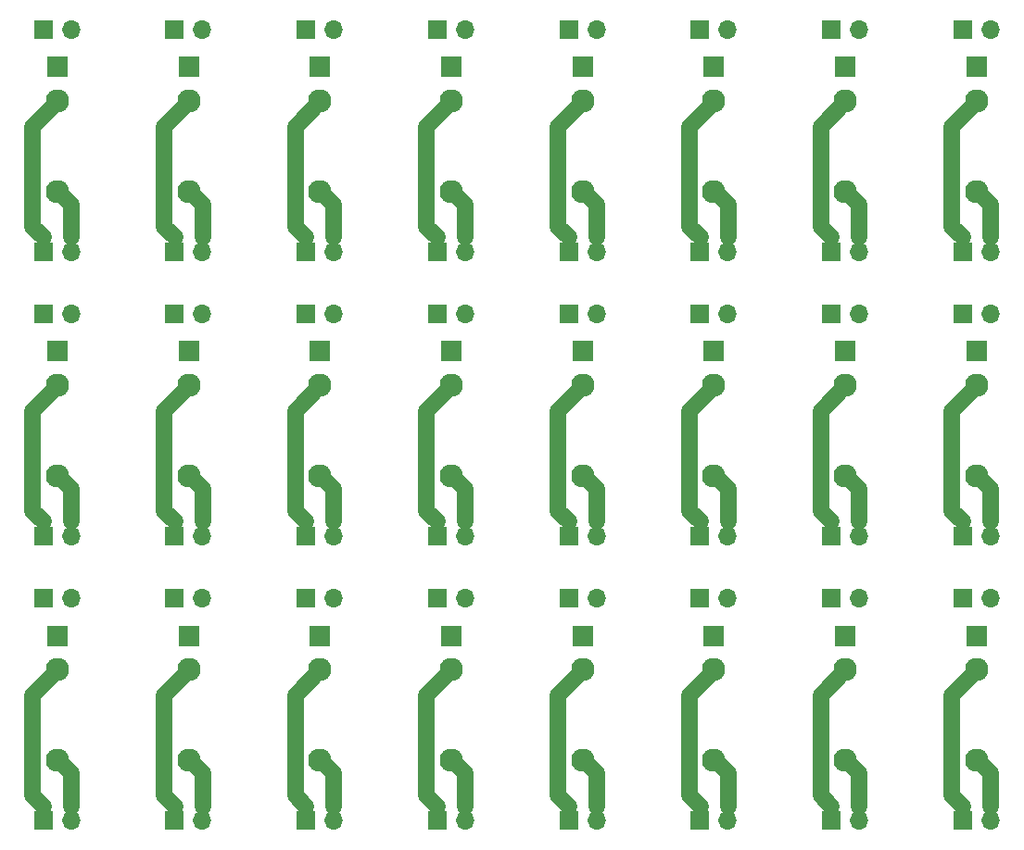
<source format=gbr>
%TF.GenerationSoftware,KiCad,Pcbnew,(6.0.0-0)*%
%TF.CreationDate,2022-11-22T10:59:47-05:00*%
%TF.ProjectId,AudioJack-Breakout-Panelization,41756469-6f4a-4616-936b-2d427265616b,rev?*%
%TF.SameCoordinates,Original*%
%TF.FileFunction,Copper,L1,Top*%
%TF.FilePolarity,Positive*%
%FSLAX46Y46*%
G04 Gerber Fmt 4.6, Leading zero omitted, Abs format (unit mm)*
G04 Created by KiCad (PCBNEW (6.0.0-0)) date 2022-11-22 10:59:47*
%MOMM*%
%LPD*%
G01*
G04 APERTURE LIST*
%TA.AperFunction,ComponentPad*%
%ADD10O,1.700000X1.700000*%
%TD*%
%TA.AperFunction,ComponentPad*%
%ADD11R,1.700000X1.700000*%
%TD*%
%TA.AperFunction,ComponentPad*%
%ADD12R,1.930000X1.830000*%
%TD*%
%TA.AperFunction,ComponentPad*%
%ADD13C,2.130000*%
%TD*%
%TA.AperFunction,Conductor*%
%ADD14C,1.500000*%
%TD*%
G04 APERTURE END LIST*
D10*
%TO.P,J178,2,Pin_2*%
%TO.N,Net-(J3-PadT)*%
X166445000Y-133904000D03*
D11*
%TO.P,J178,1,Pin_1*%
%TO.N,Net-(J3-PadS)*%
X163905000Y-133904000D03*
%TD*%
D12*
%TO.P,J177,*%
%TO.N,*%
X165180000Y-117010000D03*
D13*
%TO.P,J177,S*%
%TO.N,Net-(J3-PadS)*%
X165180000Y-120110000D03*
%TO.P,J177,T*%
%TO.N,Net-(J3-PadT)*%
X165180000Y-128410000D03*
%TD*%
D11*
%TO.P,J179,*%
%TO.N,*%
X163905000Y-113584000D03*
D10*
X166445000Y-113584000D03*
%TD*%
%TO.P,J175,2,Pin_2*%
%TO.N,Net-(J3-PadT)*%
X154445000Y-133904000D03*
D11*
%TO.P,J175,1,Pin_1*%
%TO.N,Net-(J3-PadS)*%
X151905000Y-133904000D03*
%TD*%
D12*
%TO.P,J174,*%
%TO.N,*%
X153180000Y-117010000D03*
D13*
%TO.P,J174,S*%
%TO.N,Net-(J3-PadS)*%
X153180000Y-120110000D03*
%TO.P,J174,T*%
%TO.N,Net-(J3-PadT)*%
X153180000Y-128410000D03*
%TD*%
D11*
%TO.P,J176,*%
%TO.N,*%
X151905000Y-113584000D03*
D10*
X154445000Y-113584000D03*
%TD*%
%TO.P,J172,2,Pin_2*%
%TO.N,Net-(J3-PadT)*%
X142445000Y-133904000D03*
D11*
%TO.P,J172,1,Pin_1*%
%TO.N,Net-(J3-PadS)*%
X139905000Y-133904000D03*
%TD*%
D12*
%TO.P,J171,*%
%TO.N,*%
X141180000Y-117010000D03*
D13*
%TO.P,J171,S*%
%TO.N,Net-(J3-PadS)*%
X141180000Y-120110000D03*
%TO.P,J171,T*%
%TO.N,Net-(J3-PadT)*%
X141180000Y-128410000D03*
%TD*%
D11*
%TO.P,J173,*%
%TO.N,*%
X139905000Y-113584000D03*
D10*
X142445000Y-113584000D03*
%TD*%
%TO.P,J169,2,Pin_2*%
%TO.N,Net-(J3-PadT)*%
X130445000Y-133904000D03*
D11*
%TO.P,J169,1,Pin_1*%
%TO.N,Net-(J3-PadS)*%
X127905000Y-133904000D03*
%TD*%
D12*
%TO.P,J168,*%
%TO.N,*%
X129180000Y-117010000D03*
D13*
%TO.P,J168,S*%
%TO.N,Net-(J3-PadS)*%
X129180000Y-120110000D03*
%TO.P,J168,T*%
%TO.N,Net-(J3-PadT)*%
X129180000Y-128410000D03*
%TD*%
D11*
%TO.P,J170,*%
%TO.N,*%
X127905000Y-113584000D03*
D10*
X130445000Y-113584000D03*
%TD*%
%TO.P,J166,2,Pin_2*%
%TO.N,Net-(J3-PadT)*%
X118445000Y-133904000D03*
D11*
%TO.P,J166,1,Pin_1*%
%TO.N,Net-(J3-PadS)*%
X115905000Y-133904000D03*
%TD*%
D12*
%TO.P,J165,*%
%TO.N,*%
X117180000Y-117010000D03*
D13*
%TO.P,J165,S*%
%TO.N,Net-(J3-PadS)*%
X117180000Y-120110000D03*
%TO.P,J165,T*%
%TO.N,Net-(J3-PadT)*%
X117180000Y-128410000D03*
%TD*%
D11*
%TO.P,J167,*%
%TO.N,*%
X115905000Y-113584000D03*
D10*
X118445000Y-113584000D03*
%TD*%
%TO.P,J163,2,Pin_2*%
%TO.N,Net-(J3-PadT)*%
X106445000Y-133904000D03*
D11*
%TO.P,J163,1,Pin_1*%
%TO.N,Net-(J3-PadS)*%
X103905000Y-133904000D03*
%TD*%
D12*
%TO.P,J162,*%
%TO.N,*%
X105180000Y-117010000D03*
D13*
%TO.P,J162,S*%
%TO.N,Net-(J3-PadS)*%
X105180000Y-120110000D03*
%TO.P,J162,T*%
%TO.N,Net-(J3-PadT)*%
X105180000Y-128410000D03*
%TD*%
D11*
%TO.P,J164,*%
%TO.N,*%
X103905000Y-113584000D03*
D10*
X106445000Y-113584000D03*
%TD*%
%TO.P,J160,2,Pin_2*%
%TO.N,Net-(J3-PadT)*%
X94445000Y-133904000D03*
D11*
%TO.P,J160,1,Pin_1*%
%TO.N,Net-(J3-PadS)*%
X91905000Y-133904000D03*
%TD*%
D12*
%TO.P,J159,*%
%TO.N,*%
X93180000Y-117010000D03*
D13*
%TO.P,J159,S*%
%TO.N,Net-(J3-PadS)*%
X93180000Y-120110000D03*
%TO.P,J159,T*%
%TO.N,Net-(J3-PadT)*%
X93180000Y-128410000D03*
%TD*%
D11*
%TO.P,J161,*%
%TO.N,*%
X91905000Y-113584000D03*
D10*
X94445000Y-113584000D03*
%TD*%
%TO.P,J157,2,Pin_2*%
%TO.N,Net-(J3-PadT)*%
X82445000Y-133904000D03*
D11*
%TO.P,J157,1,Pin_1*%
%TO.N,Net-(J3-PadS)*%
X79905000Y-133904000D03*
%TD*%
D12*
%TO.P,J156,*%
%TO.N,*%
X81180000Y-117010000D03*
D13*
%TO.P,J156,S*%
%TO.N,Net-(J3-PadS)*%
X81180000Y-120110000D03*
%TO.P,J156,T*%
%TO.N,Net-(J3-PadT)*%
X81180000Y-128410000D03*
%TD*%
D11*
%TO.P,J158,*%
%TO.N,*%
X79905000Y-113584000D03*
D10*
X82445000Y-113584000D03*
%TD*%
%TO.P,J154,2,Pin_2*%
%TO.N,Net-(J3-PadT)*%
X166445000Y-107904000D03*
D11*
%TO.P,J154,1,Pin_1*%
%TO.N,Net-(J3-PadS)*%
X163905000Y-107904000D03*
%TD*%
D12*
%TO.P,J153,*%
%TO.N,*%
X165180000Y-91010000D03*
D13*
%TO.P,J153,S*%
%TO.N,Net-(J3-PadS)*%
X165180000Y-94110000D03*
%TO.P,J153,T*%
%TO.N,Net-(J3-PadT)*%
X165180000Y-102410000D03*
%TD*%
D11*
%TO.P,J155,*%
%TO.N,*%
X163905000Y-87584000D03*
D10*
X166445000Y-87584000D03*
%TD*%
%TO.P,J151,2,Pin_2*%
%TO.N,Net-(J3-PadT)*%
X154445000Y-107904000D03*
D11*
%TO.P,J151,1,Pin_1*%
%TO.N,Net-(J3-PadS)*%
X151905000Y-107904000D03*
%TD*%
D12*
%TO.P,J150,*%
%TO.N,*%
X153180000Y-91010000D03*
D13*
%TO.P,J150,S*%
%TO.N,Net-(J3-PadS)*%
X153180000Y-94110000D03*
%TO.P,J150,T*%
%TO.N,Net-(J3-PadT)*%
X153180000Y-102410000D03*
%TD*%
D11*
%TO.P,J152,*%
%TO.N,*%
X151905000Y-87584000D03*
D10*
X154445000Y-87584000D03*
%TD*%
%TO.P,J148,2,Pin_2*%
%TO.N,Net-(J3-PadT)*%
X142445000Y-107904000D03*
D11*
%TO.P,J148,1,Pin_1*%
%TO.N,Net-(J3-PadS)*%
X139905000Y-107904000D03*
%TD*%
D12*
%TO.P,J147,*%
%TO.N,*%
X141180000Y-91010000D03*
D13*
%TO.P,J147,S*%
%TO.N,Net-(J3-PadS)*%
X141180000Y-94110000D03*
%TO.P,J147,T*%
%TO.N,Net-(J3-PadT)*%
X141180000Y-102410000D03*
%TD*%
D11*
%TO.P,J149,*%
%TO.N,*%
X139905000Y-87584000D03*
D10*
X142445000Y-87584000D03*
%TD*%
%TO.P,J145,2,Pin_2*%
%TO.N,Net-(J3-PadT)*%
X130445000Y-107904000D03*
D11*
%TO.P,J145,1,Pin_1*%
%TO.N,Net-(J3-PadS)*%
X127905000Y-107904000D03*
%TD*%
D12*
%TO.P,J144,*%
%TO.N,*%
X129180000Y-91010000D03*
D13*
%TO.P,J144,S*%
%TO.N,Net-(J3-PadS)*%
X129180000Y-94110000D03*
%TO.P,J144,T*%
%TO.N,Net-(J3-PadT)*%
X129180000Y-102410000D03*
%TD*%
D11*
%TO.P,J146,*%
%TO.N,*%
X127905000Y-87584000D03*
D10*
X130445000Y-87584000D03*
%TD*%
%TO.P,J142,2,Pin_2*%
%TO.N,Net-(J3-PadT)*%
X118445000Y-107904000D03*
D11*
%TO.P,J142,1,Pin_1*%
%TO.N,Net-(J3-PadS)*%
X115905000Y-107904000D03*
%TD*%
D12*
%TO.P,J141,*%
%TO.N,*%
X117180000Y-91010000D03*
D13*
%TO.P,J141,S*%
%TO.N,Net-(J3-PadS)*%
X117180000Y-94110000D03*
%TO.P,J141,T*%
%TO.N,Net-(J3-PadT)*%
X117180000Y-102410000D03*
%TD*%
D11*
%TO.P,J143,*%
%TO.N,*%
X115905000Y-87584000D03*
D10*
X118445000Y-87584000D03*
%TD*%
%TO.P,J139,2,Pin_2*%
%TO.N,Net-(J3-PadT)*%
X106445000Y-107904000D03*
D11*
%TO.P,J139,1,Pin_1*%
%TO.N,Net-(J3-PadS)*%
X103905000Y-107904000D03*
%TD*%
D12*
%TO.P,J138,*%
%TO.N,*%
X105180000Y-91010000D03*
D13*
%TO.P,J138,S*%
%TO.N,Net-(J3-PadS)*%
X105180000Y-94110000D03*
%TO.P,J138,T*%
%TO.N,Net-(J3-PadT)*%
X105180000Y-102410000D03*
%TD*%
D11*
%TO.P,J140,*%
%TO.N,*%
X103905000Y-87584000D03*
D10*
X106445000Y-87584000D03*
%TD*%
%TO.P,J136,2,Pin_2*%
%TO.N,Net-(J3-PadT)*%
X94445000Y-107904000D03*
D11*
%TO.P,J136,1,Pin_1*%
%TO.N,Net-(J3-PadS)*%
X91905000Y-107904000D03*
%TD*%
D12*
%TO.P,J135,*%
%TO.N,*%
X93180000Y-91010000D03*
D13*
%TO.P,J135,S*%
%TO.N,Net-(J3-PadS)*%
X93180000Y-94110000D03*
%TO.P,J135,T*%
%TO.N,Net-(J3-PadT)*%
X93180000Y-102410000D03*
%TD*%
D11*
%TO.P,J137,*%
%TO.N,*%
X91905000Y-87584000D03*
D10*
X94445000Y-87584000D03*
%TD*%
%TO.P,J133,2,Pin_2*%
%TO.N,Net-(J3-PadT)*%
X82445000Y-107904000D03*
D11*
%TO.P,J133,1,Pin_1*%
%TO.N,Net-(J3-PadS)*%
X79905000Y-107904000D03*
%TD*%
D12*
%TO.P,J132,*%
%TO.N,*%
X81180000Y-91010000D03*
D13*
%TO.P,J132,S*%
%TO.N,Net-(J3-PadS)*%
X81180000Y-94110000D03*
%TO.P,J132,T*%
%TO.N,Net-(J3-PadT)*%
X81180000Y-102410000D03*
%TD*%
D11*
%TO.P,J134,*%
%TO.N,*%
X79905000Y-87584000D03*
D10*
X82445000Y-87584000D03*
%TD*%
%TO.P,J130,2,Pin_2*%
%TO.N,Net-(J3-PadT)*%
X166445000Y-81904000D03*
D11*
%TO.P,J130,1,Pin_1*%
%TO.N,Net-(J3-PadS)*%
X163905000Y-81904000D03*
%TD*%
D12*
%TO.P,J129,*%
%TO.N,*%
X165180000Y-65010000D03*
D13*
%TO.P,J129,S*%
%TO.N,Net-(J3-PadS)*%
X165180000Y-68110000D03*
%TO.P,J129,T*%
%TO.N,Net-(J3-PadT)*%
X165180000Y-76410000D03*
%TD*%
D11*
%TO.P,J131,*%
%TO.N,*%
X163905000Y-61584000D03*
D10*
X166445000Y-61584000D03*
%TD*%
%TO.P,J127,2,Pin_2*%
%TO.N,Net-(J3-PadT)*%
X154445000Y-81904000D03*
D11*
%TO.P,J127,1,Pin_1*%
%TO.N,Net-(J3-PadS)*%
X151905000Y-81904000D03*
%TD*%
D12*
%TO.P,J126,*%
%TO.N,*%
X153180000Y-65010000D03*
D13*
%TO.P,J126,S*%
%TO.N,Net-(J3-PadS)*%
X153180000Y-68110000D03*
%TO.P,J126,T*%
%TO.N,Net-(J3-PadT)*%
X153180000Y-76410000D03*
%TD*%
D11*
%TO.P,J128,*%
%TO.N,*%
X151905000Y-61584000D03*
D10*
X154445000Y-61584000D03*
%TD*%
%TO.P,J124,2,Pin_2*%
%TO.N,Net-(J3-PadT)*%
X142445000Y-81904000D03*
D11*
%TO.P,J124,1,Pin_1*%
%TO.N,Net-(J3-PadS)*%
X139905000Y-81904000D03*
%TD*%
D12*
%TO.P,J123,*%
%TO.N,*%
X141180000Y-65010000D03*
D13*
%TO.P,J123,S*%
%TO.N,Net-(J3-PadS)*%
X141180000Y-68110000D03*
%TO.P,J123,T*%
%TO.N,Net-(J3-PadT)*%
X141180000Y-76410000D03*
%TD*%
D11*
%TO.P,J125,*%
%TO.N,*%
X139905000Y-61584000D03*
D10*
X142445000Y-61584000D03*
%TD*%
%TO.P,J121,2,Pin_2*%
%TO.N,Net-(J3-PadT)*%
X130445000Y-81904000D03*
D11*
%TO.P,J121,1,Pin_1*%
%TO.N,Net-(J3-PadS)*%
X127905000Y-81904000D03*
%TD*%
D12*
%TO.P,J120,*%
%TO.N,*%
X129180000Y-65010000D03*
D13*
%TO.P,J120,S*%
%TO.N,Net-(J3-PadS)*%
X129180000Y-68110000D03*
%TO.P,J120,T*%
%TO.N,Net-(J3-PadT)*%
X129180000Y-76410000D03*
%TD*%
D11*
%TO.P,J122,*%
%TO.N,*%
X127905000Y-61584000D03*
D10*
X130445000Y-61584000D03*
%TD*%
%TO.P,J118,2,Pin_2*%
%TO.N,Net-(J3-PadT)*%
X118445000Y-81904000D03*
D11*
%TO.P,J118,1,Pin_1*%
%TO.N,Net-(J3-PadS)*%
X115905000Y-81904000D03*
%TD*%
D12*
%TO.P,J117,*%
%TO.N,*%
X117180000Y-65010000D03*
D13*
%TO.P,J117,S*%
%TO.N,Net-(J3-PadS)*%
X117180000Y-68110000D03*
%TO.P,J117,T*%
%TO.N,Net-(J3-PadT)*%
X117180000Y-76410000D03*
%TD*%
D11*
%TO.P,J119,*%
%TO.N,*%
X115905000Y-61584000D03*
D10*
X118445000Y-61584000D03*
%TD*%
%TO.P,J115,2,Pin_2*%
%TO.N,Net-(J3-PadT)*%
X106445000Y-81904000D03*
D11*
%TO.P,J115,1,Pin_1*%
%TO.N,Net-(J3-PadS)*%
X103905000Y-81904000D03*
%TD*%
D12*
%TO.P,J114,*%
%TO.N,*%
X105180000Y-65010000D03*
D13*
%TO.P,J114,S*%
%TO.N,Net-(J3-PadS)*%
X105180000Y-68110000D03*
%TO.P,J114,T*%
%TO.N,Net-(J3-PadT)*%
X105180000Y-76410000D03*
%TD*%
D11*
%TO.P,J116,*%
%TO.N,*%
X103905000Y-61584000D03*
D10*
X106445000Y-61584000D03*
%TD*%
%TO.P,J112,2,Pin_2*%
%TO.N,Net-(J3-PadT)*%
X94445000Y-81904000D03*
D11*
%TO.P,J112,1,Pin_1*%
%TO.N,Net-(J3-PadS)*%
X91905000Y-81904000D03*
%TD*%
D12*
%TO.P,J111,*%
%TO.N,*%
X93180000Y-65010000D03*
D13*
%TO.P,J111,S*%
%TO.N,Net-(J3-PadS)*%
X93180000Y-68110000D03*
%TO.P,J111,T*%
%TO.N,Net-(J3-PadT)*%
X93180000Y-76410000D03*
%TD*%
D11*
%TO.P,J113,*%
%TO.N,*%
X91905000Y-61584000D03*
D10*
X94445000Y-61584000D03*
%TD*%
%TO.P,J109,2,Pin_2*%
%TO.N,Net-(J3-PadT)*%
X82445000Y-81904000D03*
D11*
%TO.P,J109,1,Pin_1*%
%TO.N,Net-(J3-PadS)*%
X79905000Y-81904000D03*
%TD*%
%TO.P,J110,*%
%TO.N,*%
X79905000Y-61584000D03*
D10*
X82445000Y-61584000D03*
%TD*%
D12*
%TO.P,J108,*%
%TO.N,*%
X81180000Y-65010000D03*
D13*
%TO.P,J108,S*%
%TO.N,Net-(J3-PadS)*%
X81180000Y-68110000D03*
%TO.P,J108,T*%
%TO.N,Net-(J3-PadT)*%
X81180000Y-76410000D03*
%TD*%
D14*
%TO.N,Net-(J3-PadS)*%
X162928000Y-122458000D02*
X162928000Y-131584000D01*
%TO.N,Net-(J3-PadT)*%
X165276000Y-128410000D02*
X166468000Y-129602000D01*
%TO.N,Net-(J3-PadS)*%
X165276000Y-120110000D02*
X162928000Y-122458000D01*
X162928000Y-131584000D02*
X163928000Y-132584000D01*
%TO.N,Net-(J3-PadT)*%
X166468000Y-129602000D02*
X166468000Y-132584000D01*
%TO.N,Net-(J3-PadS)*%
X150928000Y-122458000D02*
X150928000Y-131584000D01*
%TO.N,Net-(J3-PadT)*%
X153276000Y-128410000D02*
X154468000Y-129602000D01*
%TO.N,Net-(J3-PadS)*%
X153276000Y-120110000D02*
X150928000Y-122458000D01*
X150928000Y-131584000D02*
X151928000Y-132584000D01*
%TO.N,Net-(J3-PadT)*%
X154468000Y-129602000D02*
X154468000Y-132584000D01*
%TO.N,Net-(J3-PadS)*%
X138928000Y-122458000D02*
X138928000Y-131584000D01*
%TO.N,Net-(J3-PadT)*%
X141276000Y-128410000D02*
X142468000Y-129602000D01*
%TO.N,Net-(J3-PadS)*%
X141276000Y-120110000D02*
X138928000Y-122458000D01*
X138928000Y-131584000D02*
X139928000Y-132584000D01*
%TO.N,Net-(J3-PadT)*%
X142468000Y-129602000D02*
X142468000Y-132584000D01*
%TO.N,Net-(J3-PadS)*%
X126928000Y-122458000D02*
X126928000Y-131584000D01*
%TO.N,Net-(J3-PadT)*%
X129276000Y-128410000D02*
X130468000Y-129602000D01*
%TO.N,Net-(J3-PadS)*%
X129276000Y-120110000D02*
X126928000Y-122458000D01*
X126928000Y-131584000D02*
X127928000Y-132584000D01*
%TO.N,Net-(J3-PadT)*%
X130468000Y-129602000D02*
X130468000Y-132584000D01*
%TO.N,Net-(J3-PadS)*%
X114928000Y-122458000D02*
X114928000Y-131584000D01*
%TO.N,Net-(J3-PadT)*%
X117276000Y-128410000D02*
X118468000Y-129602000D01*
%TO.N,Net-(J3-PadS)*%
X117276000Y-120110000D02*
X114928000Y-122458000D01*
X114928000Y-131584000D02*
X115928000Y-132584000D01*
%TO.N,Net-(J3-PadT)*%
X118468000Y-129602000D02*
X118468000Y-132584000D01*
%TO.N,Net-(J3-PadS)*%
X102928000Y-122458000D02*
X102928000Y-131584000D01*
%TO.N,Net-(J3-PadT)*%
X105276000Y-128410000D02*
X106468000Y-129602000D01*
%TO.N,Net-(J3-PadS)*%
X105276000Y-120110000D02*
X102928000Y-122458000D01*
X102928000Y-131584000D02*
X103928000Y-132584000D01*
%TO.N,Net-(J3-PadT)*%
X106468000Y-129602000D02*
X106468000Y-132584000D01*
%TO.N,Net-(J3-PadS)*%
X90928000Y-122458000D02*
X90928000Y-131584000D01*
%TO.N,Net-(J3-PadT)*%
X93276000Y-128410000D02*
X94468000Y-129602000D01*
%TO.N,Net-(J3-PadS)*%
X93276000Y-120110000D02*
X90928000Y-122458000D01*
X90928000Y-131584000D02*
X91928000Y-132584000D01*
%TO.N,Net-(J3-PadT)*%
X94468000Y-129602000D02*
X94468000Y-132584000D01*
%TO.N,Net-(J3-PadS)*%
X78928000Y-122458000D02*
X78928000Y-131584000D01*
%TO.N,Net-(J3-PadT)*%
X81276000Y-128410000D02*
X82468000Y-129602000D01*
%TO.N,Net-(J3-PadS)*%
X81276000Y-120110000D02*
X78928000Y-122458000D01*
X78928000Y-131584000D02*
X79928000Y-132584000D01*
%TO.N,Net-(J3-PadT)*%
X82468000Y-129602000D02*
X82468000Y-132584000D01*
%TO.N,Net-(J3-PadS)*%
X162928000Y-96458000D02*
X162928000Y-105584000D01*
%TO.N,Net-(J3-PadT)*%
X165276000Y-102410000D02*
X166468000Y-103602000D01*
%TO.N,Net-(J3-PadS)*%
X165276000Y-94110000D02*
X162928000Y-96458000D01*
X162928000Y-105584000D02*
X163928000Y-106584000D01*
%TO.N,Net-(J3-PadT)*%
X166468000Y-103602000D02*
X166468000Y-106584000D01*
%TO.N,Net-(J3-PadS)*%
X150928000Y-96458000D02*
X150928000Y-105584000D01*
%TO.N,Net-(J3-PadT)*%
X153276000Y-102410000D02*
X154468000Y-103602000D01*
%TO.N,Net-(J3-PadS)*%
X153276000Y-94110000D02*
X150928000Y-96458000D01*
X150928000Y-105584000D02*
X151928000Y-106584000D01*
%TO.N,Net-(J3-PadT)*%
X154468000Y-103602000D02*
X154468000Y-106584000D01*
%TO.N,Net-(J3-PadS)*%
X138928000Y-96458000D02*
X138928000Y-105584000D01*
%TO.N,Net-(J3-PadT)*%
X141276000Y-102410000D02*
X142468000Y-103602000D01*
%TO.N,Net-(J3-PadS)*%
X141276000Y-94110000D02*
X138928000Y-96458000D01*
X138928000Y-105584000D02*
X139928000Y-106584000D01*
%TO.N,Net-(J3-PadT)*%
X142468000Y-103602000D02*
X142468000Y-106584000D01*
%TO.N,Net-(J3-PadS)*%
X126928000Y-96458000D02*
X126928000Y-105584000D01*
%TO.N,Net-(J3-PadT)*%
X129276000Y-102410000D02*
X130468000Y-103602000D01*
%TO.N,Net-(J3-PadS)*%
X129276000Y-94110000D02*
X126928000Y-96458000D01*
X126928000Y-105584000D02*
X127928000Y-106584000D01*
%TO.N,Net-(J3-PadT)*%
X130468000Y-103602000D02*
X130468000Y-106584000D01*
%TO.N,Net-(J3-PadS)*%
X114928000Y-96458000D02*
X114928000Y-105584000D01*
%TO.N,Net-(J3-PadT)*%
X117276000Y-102410000D02*
X118468000Y-103602000D01*
%TO.N,Net-(J3-PadS)*%
X117276000Y-94110000D02*
X114928000Y-96458000D01*
X114928000Y-105584000D02*
X115928000Y-106584000D01*
%TO.N,Net-(J3-PadT)*%
X118468000Y-103602000D02*
X118468000Y-106584000D01*
%TO.N,Net-(J3-PadS)*%
X102928000Y-96458000D02*
X102928000Y-105584000D01*
%TO.N,Net-(J3-PadT)*%
X105276000Y-102410000D02*
X106468000Y-103602000D01*
%TO.N,Net-(J3-PadS)*%
X105276000Y-94110000D02*
X102928000Y-96458000D01*
X102928000Y-105584000D02*
X103928000Y-106584000D01*
%TO.N,Net-(J3-PadT)*%
X106468000Y-103602000D02*
X106468000Y-106584000D01*
%TO.N,Net-(J3-PadS)*%
X90928000Y-96458000D02*
X90928000Y-105584000D01*
%TO.N,Net-(J3-PadT)*%
X93276000Y-102410000D02*
X94468000Y-103602000D01*
%TO.N,Net-(J3-PadS)*%
X93276000Y-94110000D02*
X90928000Y-96458000D01*
X90928000Y-105584000D02*
X91928000Y-106584000D01*
%TO.N,Net-(J3-PadT)*%
X94468000Y-103602000D02*
X94468000Y-106584000D01*
%TO.N,Net-(J3-PadS)*%
X78928000Y-96458000D02*
X78928000Y-105584000D01*
%TO.N,Net-(J3-PadT)*%
X81276000Y-102410000D02*
X82468000Y-103602000D01*
%TO.N,Net-(J3-PadS)*%
X81276000Y-94110000D02*
X78928000Y-96458000D01*
X78928000Y-105584000D02*
X79928000Y-106584000D01*
%TO.N,Net-(J3-PadT)*%
X82468000Y-103602000D02*
X82468000Y-106584000D01*
%TO.N,Net-(J3-PadS)*%
X162928000Y-70458000D02*
X162928000Y-79584000D01*
%TO.N,Net-(J3-PadT)*%
X165276000Y-76410000D02*
X166468000Y-77602000D01*
%TO.N,Net-(J3-PadS)*%
X165276000Y-68110000D02*
X162928000Y-70458000D01*
X162928000Y-79584000D02*
X163928000Y-80584000D01*
%TO.N,Net-(J3-PadT)*%
X166468000Y-77602000D02*
X166468000Y-80584000D01*
%TO.N,Net-(J3-PadS)*%
X150928000Y-70458000D02*
X150928000Y-79584000D01*
%TO.N,Net-(J3-PadT)*%
X153276000Y-76410000D02*
X154468000Y-77602000D01*
%TO.N,Net-(J3-PadS)*%
X153276000Y-68110000D02*
X150928000Y-70458000D01*
X150928000Y-79584000D02*
X151928000Y-80584000D01*
%TO.N,Net-(J3-PadT)*%
X154468000Y-77602000D02*
X154468000Y-80584000D01*
%TO.N,Net-(J3-PadS)*%
X138928000Y-70458000D02*
X138928000Y-79584000D01*
%TO.N,Net-(J3-PadT)*%
X141276000Y-76410000D02*
X142468000Y-77602000D01*
%TO.N,Net-(J3-PadS)*%
X141276000Y-68110000D02*
X138928000Y-70458000D01*
X138928000Y-79584000D02*
X139928000Y-80584000D01*
%TO.N,Net-(J3-PadT)*%
X142468000Y-77602000D02*
X142468000Y-80584000D01*
%TO.N,Net-(J3-PadS)*%
X126928000Y-70458000D02*
X126928000Y-79584000D01*
%TO.N,Net-(J3-PadT)*%
X129276000Y-76410000D02*
X130468000Y-77602000D01*
%TO.N,Net-(J3-PadS)*%
X129276000Y-68110000D02*
X126928000Y-70458000D01*
X126928000Y-79584000D02*
X127928000Y-80584000D01*
%TO.N,Net-(J3-PadT)*%
X130468000Y-77602000D02*
X130468000Y-80584000D01*
%TO.N,Net-(J3-PadS)*%
X114928000Y-70458000D02*
X114928000Y-79584000D01*
%TO.N,Net-(J3-PadT)*%
X117276000Y-76410000D02*
X118468000Y-77602000D01*
%TO.N,Net-(J3-PadS)*%
X117276000Y-68110000D02*
X114928000Y-70458000D01*
X114928000Y-79584000D02*
X115928000Y-80584000D01*
%TO.N,Net-(J3-PadT)*%
X118468000Y-77602000D02*
X118468000Y-80584000D01*
%TO.N,Net-(J3-PadS)*%
X102928000Y-70458000D02*
X102928000Y-79584000D01*
%TO.N,Net-(J3-PadT)*%
X105276000Y-76410000D02*
X106468000Y-77602000D01*
%TO.N,Net-(J3-PadS)*%
X105276000Y-68110000D02*
X102928000Y-70458000D01*
X102928000Y-79584000D02*
X103928000Y-80584000D01*
%TO.N,Net-(J3-PadT)*%
X106468000Y-77602000D02*
X106468000Y-80584000D01*
%TO.N,Net-(J3-PadS)*%
X90928000Y-70458000D02*
X90928000Y-79584000D01*
%TO.N,Net-(J3-PadT)*%
X93276000Y-76410000D02*
X94468000Y-77602000D01*
%TO.N,Net-(J3-PadS)*%
X93276000Y-68110000D02*
X90928000Y-70458000D01*
X90928000Y-79584000D02*
X91928000Y-80584000D01*
%TO.N,Net-(J3-PadT)*%
X94468000Y-77602000D02*
X94468000Y-80584000D01*
X82468000Y-77602000D02*
X82468000Y-80584000D01*
%TO.N,Net-(J3-PadS)*%
X78928000Y-79584000D02*
X79928000Y-80584000D01*
X81276000Y-68110000D02*
X78928000Y-70458000D01*
%TO.N,Net-(J3-PadT)*%
X81276000Y-76410000D02*
X82468000Y-77602000D01*
%TO.N,Net-(J3-PadS)*%
X78928000Y-70458000D02*
X78928000Y-79584000D01*
%TD*%
M02*

</source>
